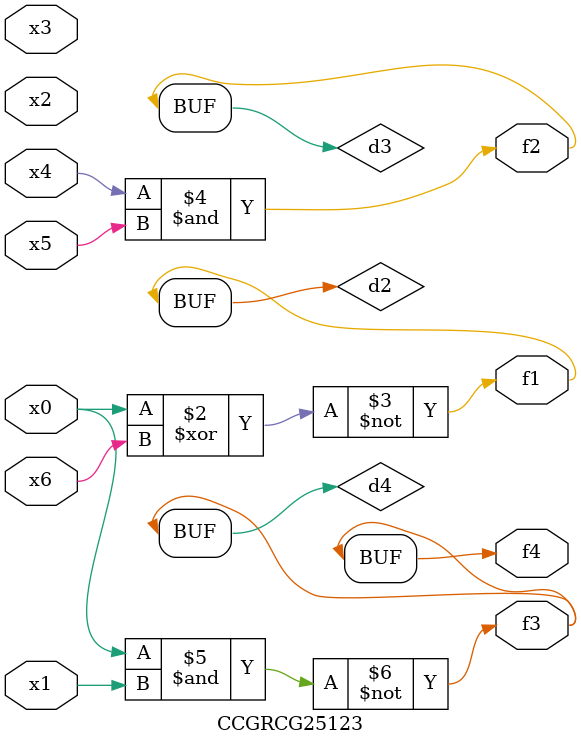
<source format=v>
module CCGRCG25123(
	input x0, x1, x2, x3, x4, x5, x6,
	output f1, f2, f3, f4
);

	wire d1, d2, d3, d4;

	nor (d1, x0);
	xnor (d2, x0, x6);
	and (d3, x4, x5);
	nand (d4, x0, x1);
	assign f1 = d2;
	assign f2 = d3;
	assign f3 = d4;
	assign f4 = d4;
endmodule

</source>
